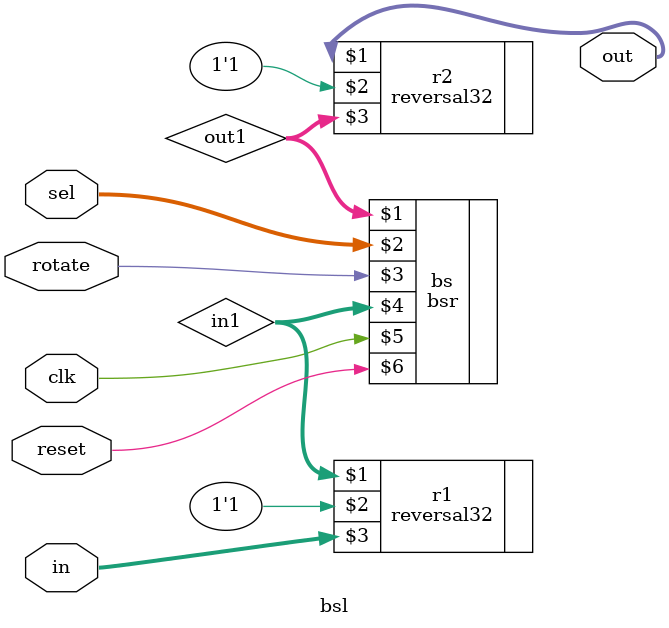
<source format=v>
module bsl(out,sel,rotate,in,clk,reset);
input [31:0]in;
input [4:0]sel;
input clk,reset,rotate;
output [32:0] out;
wire [32:0]out1,in1;
reversal32 r1(in1,1'b1,in);
bsr bs(out1,sel,rotate,in1,clk,reset);
reversal32 r2(out,1'b1,out1);
endmodule
</source>
